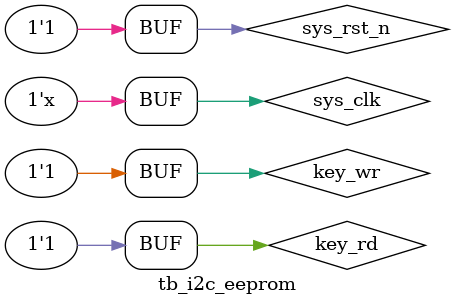
<source format=v>
`timescale  1ns/1ns
module  tb_i2c_eeprom();

wire            ds     ;
wire            oe     ;
wire            shcp   ;
wire            stcp   ;
wire            i2c_scl;
wire            i2c_sda;

reg             sys_clk     ;
reg             sys_rst_n   ;
reg             key_wr      ;
reg             key_rd      ;

initial
    begin
        sys_clk     =   1'b1;
        sys_rst_n   <=  1'b0;
        key_wr      <=  1'b1;
        key_rd      <=  1'b1;
        #200
        sys_rst_n   <=  1'b1;
        #1000
        key_wr      <=  1'b0;
        key_rd      <=  1'b1;
        #400
        key_wr      <=  1'b1;
        key_rd      <=  1'b1;
        #55_000_0000
        key_wr      <=  1'b1;
        key_rd      <=  1'b0;
        #400
        key_wr      <=  1'b1;
        key_rd      <=  1'b1;
    end
always #10 sys_clk = ~sys_clk;

defparam    i2c_eeprom_inst.CNT_MAX = 5;
defparam    i2c_eeprom_inst.i2c_rw_data_inst.CNT_WAIT_MAX = 1000;

i2c_eeprom  i2c_eeprom_inst
(
    .sys_clk     (sys_clk),
    .sys_rst_n   (sys_rst_n),
    .key_wr      (key_wr),
    .key_rd      (key_rd),

    .ds          (ds     ),
    .oe          (oe     ),
    .shcp        (shcp   ),
    .stcp        (stcp   ),
    .i2c_scl     (i2c_scl),
    .i2c_sda     (i2c_sda)
);

M24LC64 M24LC64_inst
(
    .A0      (1'b0),
    .A1      (1'b0),
    .A2      (1'b0),
    .WP      (1'b0),
    .SDA     (i2c_sda),
    .SCL     (i2c_scl),
    .RESET   (~sys_rst_n)
);

endmodule

</source>
